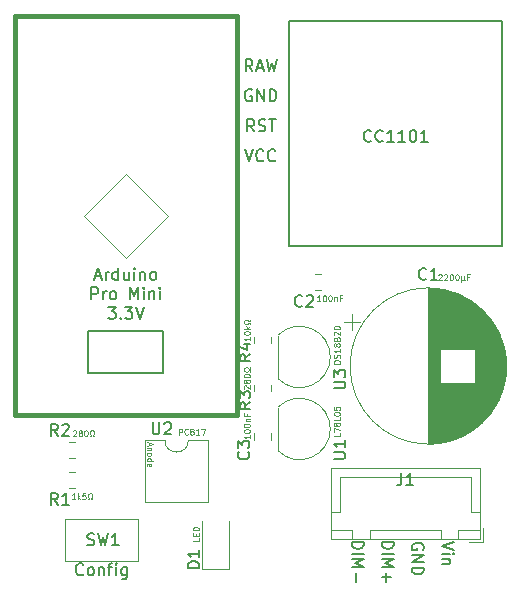
<source format=gto>
G04 #@! TF.GenerationSoftware,KiCad,Pcbnew,5.1.5*
G04 #@! TF.CreationDate,2020-01-24T16:15:15+01:00*
G04 #@! TF.ProjectId,HM-LC-Dim1PWM-Linear,484d2d4c-432d-4446-996d-3150574d2d4c,rev?*
G04 #@! TF.SameCoordinates,Original*
G04 #@! TF.FileFunction,Legend,Top*
G04 #@! TF.FilePolarity,Positive*
%FSLAX46Y46*%
G04 Gerber Fmt 4.6, Leading zero omitted, Abs format (unit mm)*
G04 Created by KiCad (PCBNEW 5.1.5) date 2020-01-24 16:15:15*
%MOMM*%
%LPD*%
G04 APERTURE LIST*
%ADD10C,0.070000*%
%ADD11C,0.120000*%
%ADD12C,0.150000*%
%ADD13C,0.152400*%
%ADD14C,0.381000*%
G04 APERTURE END LIST*
D10*
X146732761Y-127734190D02*
X146732761Y-127234190D01*
X146923238Y-127234190D01*
X146970857Y-127258000D01*
X146994666Y-127281809D01*
X147018476Y-127329428D01*
X147018476Y-127400857D01*
X146994666Y-127448476D01*
X146970857Y-127472285D01*
X146923238Y-127496095D01*
X146732761Y-127496095D01*
X147518476Y-127686571D02*
X147494666Y-127710380D01*
X147423238Y-127734190D01*
X147375619Y-127734190D01*
X147304190Y-127710380D01*
X147256571Y-127662761D01*
X147232761Y-127615142D01*
X147208952Y-127519904D01*
X147208952Y-127448476D01*
X147232761Y-127353238D01*
X147256571Y-127305619D01*
X147304190Y-127258000D01*
X147375619Y-127234190D01*
X147423238Y-127234190D01*
X147494666Y-127258000D01*
X147518476Y-127281809D01*
X147804190Y-127448476D02*
X147756571Y-127424666D01*
X147732761Y-127400857D01*
X147708952Y-127353238D01*
X147708952Y-127329428D01*
X147732761Y-127281809D01*
X147756571Y-127258000D01*
X147804190Y-127234190D01*
X147899428Y-127234190D01*
X147947047Y-127258000D01*
X147970857Y-127281809D01*
X147994666Y-127329428D01*
X147994666Y-127353238D01*
X147970857Y-127400857D01*
X147947047Y-127424666D01*
X147899428Y-127448476D01*
X147804190Y-127448476D01*
X147756571Y-127472285D01*
X147732761Y-127496095D01*
X147708952Y-127543714D01*
X147708952Y-127638952D01*
X147732761Y-127686571D01*
X147756571Y-127710380D01*
X147804190Y-127734190D01*
X147899428Y-127734190D01*
X147947047Y-127710380D01*
X147970857Y-127686571D01*
X147994666Y-127638952D01*
X147994666Y-127543714D01*
X147970857Y-127496095D01*
X147947047Y-127472285D01*
X147899428Y-127448476D01*
X148470857Y-127734190D02*
X148185142Y-127734190D01*
X148328000Y-127734190D02*
X148328000Y-127234190D01*
X148280380Y-127305619D01*
X148232761Y-127353238D01*
X148185142Y-127377047D01*
X148637523Y-127234190D02*
X148970857Y-127234190D01*
X148756571Y-127734190D01*
X160373190Y-121713428D02*
X159873190Y-121713428D01*
X159873190Y-121594380D01*
X159897000Y-121522952D01*
X159944619Y-121475333D01*
X159992238Y-121451523D01*
X160087476Y-121427714D01*
X160158904Y-121427714D01*
X160254142Y-121451523D01*
X160301761Y-121475333D01*
X160349380Y-121522952D01*
X160373190Y-121594380D01*
X160373190Y-121713428D01*
X160349380Y-121237238D02*
X160373190Y-121165809D01*
X160373190Y-121046761D01*
X160349380Y-120999142D01*
X160325571Y-120975333D01*
X160277952Y-120951523D01*
X160230333Y-120951523D01*
X160182714Y-120975333D01*
X160158904Y-120999142D01*
X160135095Y-121046761D01*
X160111285Y-121142000D01*
X160087476Y-121189619D01*
X160063666Y-121213428D01*
X160016047Y-121237238D01*
X159968428Y-121237238D01*
X159920809Y-121213428D01*
X159897000Y-121189619D01*
X159873190Y-121142000D01*
X159873190Y-121022952D01*
X159897000Y-120951523D01*
X160373190Y-120475333D02*
X160373190Y-120761047D01*
X160373190Y-120618190D02*
X159873190Y-120618190D01*
X159944619Y-120665809D01*
X159992238Y-120713428D01*
X160016047Y-120761047D01*
X160087476Y-120189619D02*
X160063666Y-120237238D01*
X160039857Y-120261047D01*
X159992238Y-120284857D01*
X159968428Y-120284857D01*
X159920809Y-120261047D01*
X159897000Y-120237238D01*
X159873190Y-120189619D01*
X159873190Y-120094380D01*
X159897000Y-120046761D01*
X159920809Y-120022952D01*
X159968428Y-119999142D01*
X159992238Y-119999142D01*
X160039857Y-120022952D01*
X160063666Y-120046761D01*
X160087476Y-120094380D01*
X160087476Y-120189619D01*
X160111285Y-120237238D01*
X160135095Y-120261047D01*
X160182714Y-120284857D01*
X160277952Y-120284857D01*
X160325571Y-120261047D01*
X160349380Y-120237238D01*
X160373190Y-120189619D01*
X160373190Y-120094380D01*
X160349380Y-120046761D01*
X160325571Y-120022952D01*
X160277952Y-119999142D01*
X160182714Y-119999142D01*
X160135095Y-120022952D01*
X160111285Y-120046761D01*
X160087476Y-120094380D01*
X160111285Y-119618190D02*
X160135095Y-119546761D01*
X160158904Y-119522952D01*
X160206523Y-119499142D01*
X160277952Y-119499142D01*
X160325571Y-119522952D01*
X160349380Y-119546761D01*
X160373190Y-119594380D01*
X160373190Y-119784857D01*
X159873190Y-119784857D01*
X159873190Y-119618190D01*
X159897000Y-119570571D01*
X159920809Y-119546761D01*
X159968428Y-119522952D01*
X160016047Y-119522952D01*
X160063666Y-119546761D01*
X160087476Y-119570571D01*
X160111285Y-119618190D01*
X160111285Y-119784857D01*
X159920809Y-119308666D02*
X159897000Y-119284857D01*
X159873190Y-119237238D01*
X159873190Y-119118190D01*
X159897000Y-119070571D01*
X159920809Y-119046761D01*
X159968428Y-119022952D01*
X160016047Y-119022952D01*
X160087476Y-119046761D01*
X160373190Y-119332476D01*
X160373190Y-119022952D01*
X159873190Y-118713428D02*
X159873190Y-118665809D01*
X159897000Y-118618190D01*
X159920809Y-118594380D01*
X159968428Y-118570571D01*
X160063666Y-118546761D01*
X160182714Y-118546761D01*
X160277952Y-118570571D01*
X160325571Y-118594380D01*
X160349380Y-118618190D01*
X160373190Y-118665809D01*
X160373190Y-118713428D01*
X160349380Y-118761047D01*
X160325571Y-118784857D01*
X160277952Y-118808666D01*
X160182714Y-118832476D01*
X160063666Y-118832476D01*
X159968428Y-118808666D01*
X159920809Y-118784857D01*
X159897000Y-118761047D01*
X159873190Y-118713428D01*
X160373190Y-127619000D02*
X160373190Y-127857095D01*
X159873190Y-127857095D01*
X159873190Y-127499952D02*
X159873190Y-127166619D01*
X160373190Y-127380904D01*
X160087476Y-126904714D02*
X160063666Y-126952333D01*
X160039857Y-126976142D01*
X159992238Y-126999952D01*
X159968428Y-126999952D01*
X159920809Y-126976142D01*
X159897000Y-126952333D01*
X159873190Y-126904714D01*
X159873190Y-126809476D01*
X159897000Y-126761857D01*
X159920809Y-126738047D01*
X159968428Y-126714238D01*
X159992238Y-126714238D01*
X160039857Y-126738047D01*
X160063666Y-126761857D01*
X160087476Y-126809476D01*
X160087476Y-126904714D01*
X160111285Y-126952333D01*
X160135095Y-126976142D01*
X160182714Y-126999952D01*
X160277952Y-126999952D01*
X160325571Y-126976142D01*
X160349380Y-126952333D01*
X160373190Y-126904714D01*
X160373190Y-126809476D01*
X160349380Y-126761857D01*
X160325571Y-126738047D01*
X160277952Y-126714238D01*
X160182714Y-126714238D01*
X160135095Y-126738047D01*
X160111285Y-126761857D01*
X160087476Y-126809476D01*
X160373190Y-126261857D02*
X160373190Y-126499952D01*
X159873190Y-126499952D01*
X159873190Y-125999952D02*
X159873190Y-125952333D01*
X159897000Y-125904714D01*
X159920809Y-125880904D01*
X159968428Y-125857095D01*
X160063666Y-125833285D01*
X160182714Y-125833285D01*
X160277952Y-125857095D01*
X160325571Y-125880904D01*
X160349380Y-125904714D01*
X160373190Y-125952333D01*
X160373190Y-125999952D01*
X160349380Y-126047571D01*
X160325571Y-126071380D01*
X160277952Y-126095190D01*
X160182714Y-126119000D01*
X160063666Y-126119000D01*
X159968428Y-126095190D01*
X159920809Y-126071380D01*
X159897000Y-126047571D01*
X159873190Y-125999952D01*
X159873190Y-125380904D02*
X159873190Y-125619000D01*
X160111285Y-125642809D01*
X160087476Y-125619000D01*
X160063666Y-125571380D01*
X160063666Y-125452333D01*
X160087476Y-125404714D01*
X160111285Y-125380904D01*
X160158904Y-125357095D01*
X160277952Y-125357095D01*
X160325571Y-125380904D01*
X160349380Y-125404714D01*
X160373190Y-125452333D01*
X160373190Y-125571380D01*
X160349380Y-125619000D01*
X160325571Y-125642809D01*
X152753190Y-119455333D02*
X152753190Y-119741047D01*
X152753190Y-119598190D02*
X152253190Y-119598190D01*
X152324619Y-119645809D01*
X152372238Y-119693428D01*
X152396047Y-119741047D01*
X152253190Y-119145809D02*
X152253190Y-119098190D01*
X152277000Y-119050571D01*
X152300809Y-119026761D01*
X152348428Y-119002952D01*
X152443666Y-118979142D01*
X152562714Y-118979142D01*
X152657952Y-119002952D01*
X152705571Y-119026761D01*
X152729380Y-119050571D01*
X152753190Y-119098190D01*
X152753190Y-119145809D01*
X152729380Y-119193428D01*
X152705571Y-119217238D01*
X152657952Y-119241047D01*
X152562714Y-119264857D01*
X152443666Y-119264857D01*
X152348428Y-119241047D01*
X152300809Y-119217238D01*
X152277000Y-119193428D01*
X152253190Y-119145809D01*
X152753190Y-118764857D02*
X152253190Y-118764857D01*
X152562714Y-118717238D02*
X152753190Y-118574380D01*
X152419857Y-118574380D02*
X152610333Y-118764857D01*
X152753190Y-118383904D02*
X152753190Y-118264857D01*
X152657952Y-118264857D01*
X152634142Y-118312476D01*
X152586523Y-118360095D01*
X152515095Y-118383904D01*
X152396047Y-118383904D01*
X152324619Y-118360095D01*
X152277000Y-118312476D01*
X152253190Y-118241047D01*
X152253190Y-118145809D01*
X152277000Y-118074380D01*
X152324619Y-118026761D01*
X152396047Y-118002952D01*
X152515095Y-118002952D01*
X152586523Y-118026761D01*
X152634142Y-118074380D01*
X152657952Y-118122000D01*
X152753190Y-118122000D01*
X152753190Y-118002952D01*
X168719666Y-114200809D02*
X168743476Y-114177000D01*
X168791095Y-114153190D01*
X168910142Y-114153190D01*
X168957761Y-114177000D01*
X168981571Y-114200809D01*
X169005380Y-114248428D01*
X169005380Y-114296047D01*
X168981571Y-114367476D01*
X168695857Y-114653190D01*
X169005380Y-114653190D01*
X169195857Y-114200809D02*
X169219666Y-114177000D01*
X169267285Y-114153190D01*
X169386333Y-114153190D01*
X169433952Y-114177000D01*
X169457761Y-114200809D01*
X169481571Y-114248428D01*
X169481571Y-114296047D01*
X169457761Y-114367476D01*
X169172047Y-114653190D01*
X169481571Y-114653190D01*
X169791095Y-114153190D02*
X169838714Y-114153190D01*
X169886333Y-114177000D01*
X169910142Y-114200809D01*
X169933952Y-114248428D01*
X169957761Y-114343666D01*
X169957761Y-114462714D01*
X169933952Y-114557952D01*
X169910142Y-114605571D01*
X169886333Y-114629380D01*
X169838714Y-114653190D01*
X169791095Y-114653190D01*
X169743476Y-114629380D01*
X169719666Y-114605571D01*
X169695857Y-114557952D01*
X169672047Y-114462714D01*
X169672047Y-114343666D01*
X169695857Y-114248428D01*
X169719666Y-114200809D01*
X169743476Y-114177000D01*
X169791095Y-114153190D01*
X170267285Y-114153190D02*
X170314904Y-114153190D01*
X170362523Y-114177000D01*
X170386333Y-114200809D01*
X170410142Y-114248428D01*
X170433952Y-114343666D01*
X170433952Y-114462714D01*
X170410142Y-114557952D01*
X170386333Y-114605571D01*
X170362523Y-114629380D01*
X170314904Y-114653190D01*
X170267285Y-114653190D01*
X170219666Y-114629380D01*
X170195857Y-114605571D01*
X170172047Y-114557952D01*
X170148238Y-114462714D01*
X170148238Y-114343666D01*
X170172047Y-114248428D01*
X170195857Y-114200809D01*
X170219666Y-114177000D01*
X170267285Y-114153190D01*
X170648238Y-114319857D02*
X170648238Y-114819857D01*
X170886333Y-114581761D02*
X170910142Y-114629380D01*
X170957761Y-114653190D01*
X170648238Y-114581761D02*
X170672047Y-114629380D01*
X170719666Y-114653190D01*
X170814904Y-114653190D01*
X170862523Y-114629380D01*
X170886333Y-114581761D01*
X170886333Y-114319857D01*
X171338714Y-114391285D02*
X171172047Y-114391285D01*
X171172047Y-114653190D02*
X171172047Y-114153190D01*
X171410142Y-114153190D01*
X158738190Y-116431190D02*
X158452476Y-116431190D01*
X158595333Y-116431190D02*
X158595333Y-115931190D01*
X158547714Y-116002619D01*
X158500095Y-116050238D01*
X158452476Y-116074047D01*
X159047714Y-115931190D02*
X159095333Y-115931190D01*
X159142952Y-115955000D01*
X159166761Y-115978809D01*
X159190571Y-116026428D01*
X159214380Y-116121666D01*
X159214380Y-116240714D01*
X159190571Y-116335952D01*
X159166761Y-116383571D01*
X159142952Y-116407380D01*
X159095333Y-116431190D01*
X159047714Y-116431190D01*
X159000095Y-116407380D01*
X158976285Y-116383571D01*
X158952476Y-116335952D01*
X158928666Y-116240714D01*
X158928666Y-116121666D01*
X158952476Y-116026428D01*
X158976285Y-115978809D01*
X159000095Y-115955000D01*
X159047714Y-115931190D01*
X159523904Y-115931190D02*
X159571523Y-115931190D01*
X159619142Y-115955000D01*
X159642952Y-115978809D01*
X159666761Y-116026428D01*
X159690571Y-116121666D01*
X159690571Y-116240714D01*
X159666761Y-116335952D01*
X159642952Y-116383571D01*
X159619142Y-116407380D01*
X159571523Y-116431190D01*
X159523904Y-116431190D01*
X159476285Y-116407380D01*
X159452476Y-116383571D01*
X159428666Y-116335952D01*
X159404857Y-116240714D01*
X159404857Y-116121666D01*
X159428666Y-116026428D01*
X159452476Y-115978809D01*
X159476285Y-115955000D01*
X159523904Y-115931190D01*
X159904857Y-116097857D02*
X159904857Y-116431190D01*
X159904857Y-116145476D02*
X159928666Y-116121666D01*
X159976285Y-116097857D01*
X160047714Y-116097857D01*
X160095333Y-116121666D01*
X160119142Y-116169285D01*
X160119142Y-116431190D01*
X160523904Y-116169285D02*
X160357238Y-116169285D01*
X160357238Y-116431190D02*
X160357238Y-115931190D01*
X160595333Y-115931190D01*
X152300809Y-123840761D02*
X152277000Y-123816952D01*
X152253190Y-123769333D01*
X152253190Y-123650285D01*
X152277000Y-123602666D01*
X152300809Y-123578857D01*
X152348428Y-123555047D01*
X152396047Y-123555047D01*
X152467476Y-123578857D01*
X152753190Y-123864571D01*
X152753190Y-123555047D01*
X152467476Y-123269333D02*
X152443666Y-123316952D01*
X152419857Y-123340761D01*
X152372238Y-123364571D01*
X152348428Y-123364571D01*
X152300809Y-123340761D01*
X152277000Y-123316952D01*
X152253190Y-123269333D01*
X152253190Y-123174095D01*
X152277000Y-123126476D01*
X152300809Y-123102666D01*
X152348428Y-123078857D01*
X152372238Y-123078857D01*
X152419857Y-123102666D01*
X152443666Y-123126476D01*
X152467476Y-123174095D01*
X152467476Y-123269333D01*
X152491285Y-123316952D01*
X152515095Y-123340761D01*
X152562714Y-123364571D01*
X152657952Y-123364571D01*
X152705571Y-123340761D01*
X152729380Y-123316952D01*
X152753190Y-123269333D01*
X152753190Y-123174095D01*
X152729380Y-123126476D01*
X152705571Y-123102666D01*
X152657952Y-123078857D01*
X152562714Y-123078857D01*
X152515095Y-123102666D01*
X152491285Y-123126476D01*
X152467476Y-123174095D01*
X152253190Y-122769333D02*
X152253190Y-122721714D01*
X152277000Y-122674095D01*
X152300809Y-122650285D01*
X152348428Y-122626476D01*
X152443666Y-122602666D01*
X152562714Y-122602666D01*
X152657952Y-122626476D01*
X152705571Y-122650285D01*
X152729380Y-122674095D01*
X152753190Y-122721714D01*
X152753190Y-122769333D01*
X152729380Y-122816952D01*
X152705571Y-122840761D01*
X152657952Y-122864571D01*
X152562714Y-122888380D01*
X152443666Y-122888380D01*
X152348428Y-122864571D01*
X152300809Y-122840761D01*
X152277000Y-122816952D01*
X152253190Y-122769333D01*
X152753190Y-122412190D02*
X152753190Y-122293142D01*
X152657952Y-122293142D01*
X152634142Y-122340761D01*
X152586523Y-122388380D01*
X152515095Y-122412190D01*
X152396047Y-122412190D01*
X152324619Y-122388380D01*
X152277000Y-122340761D01*
X152253190Y-122269333D01*
X152253190Y-122174095D01*
X152277000Y-122102666D01*
X152324619Y-122055047D01*
X152396047Y-122031238D01*
X152515095Y-122031238D01*
X152586523Y-122055047D01*
X152634142Y-122102666D01*
X152657952Y-122150285D01*
X152753190Y-122150285D01*
X152753190Y-122031238D01*
X144188666Y-128401095D02*
X144188666Y-128639190D01*
X144045809Y-128353476D02*
X144545809Y-128520142D01*
X144045809Y-128686809D01*
X144379142Y-128853476D02*
X144045809Y-128853476D01*
X144331523Y-128853476D02*
X144355333Y-128877285D01*
X144379142Y-128924904D01*
X144379142Y-128996333D01*
X144355333Y-129043952D01*
X144307714Y-129067761D01*
X144045809Y-129067761D01*
X144045809Y-129377285D02*
X144069619Y-129329666D01*
X144093428Y-129305857D01*
X144141047Y-129282047D01*
X144283904Y-129282047D01*
X144331523Y-129305857D01*
X144355333Y-129329666D01*
X144379142Y-129377285D01*
X144379142Y-129448714D01*
X144355333Y-129496333D01*
X144331523Y-129520142D01*
X144283904Y-129543952D01*
X144141047Y-129543952D01*
X144093428Y-129520142D01*
X144069619Y-129496333D01*
X144045809Y-129448714D01*
X144045809Y-129377285D01*
X144045809Y-129972523D02*
X144545809Y-129972523D01*
X144069619Y-129972523D02*
X144045809Y-129924904D01*
X144045809Y-129829666D01*
X144069619Y-129782047D01*
X144093428Y-129758238D01*
X144141047Y-129734428D01*
X144283904Y-129734428D01*
X144331523Y-129758238D01*
X144355333Y-129782047D01*
X144379142Y-129829666D01*
X144379142Y-129924904D01*
X144355333Y-129972523D01*
X144069619Y-130401095D02*
X144045809Y-130353476D01*
X144045809Y-130258238D01*
X144069619Y-130210619D01*
X144117238Y-130186809D01*
X144307714Y-130186809D01*
X144355333Y-130210619D01*
X144379142Y-130258238D01*
X144379142Y-130353476D01*
X144355333Y-130401095D01*
X144307714Y-130424904D01*
X144260095Y-130424904D01*
X144212476Y-130186809D01*
X148435190Y-136465428D02*
X148435190Y-136703523D01*
X147935190Y-136703523D01*
X148173285Y-136298761D02*
X148173285Y-136132095D01*
X148435190Y-136060666D02*
X148435190Y-136298761D01*
X147935190Y-136298761D01*
X147935190Y-136060666D01*
X148435190Y-135846380D02*
X147935190Y-135846380D01*
X147935190Y-135727333D01*
X147959000Y-135655904D01*
X148006619Y-135608285D01*
X148054238Y-135584476D01*
X148149476Y-135560666D01*
X148220904Y-135560666D01*
X148316142Y-135584476D01*
X148363761Y-135608285D01*
X148411380Y-135655904D01*
X148435190Y-135727333D01*
X148435190Y-135846380D01*
X137973666Y-133195190D02*
X137687952Y-133195190D01*
X137830809Y-133195190D02*
X137830809Y-132695190D01*
X137783190Y-132766619D01*
X137735571Y-132814238D01*
X137687952Y-132838047D01*
X138187952Y-133195190D02*
X138187952Y-132695190D01*
X138235571Y-133004714D02*
X138378428Y-133195190D01*
X138378428Y-132861857D02*
X138187952Y-133052333D01*
X138830809Y-132695190D02*
X138592714Y-132695190D01*
X138568904Y-132933285D01*
X138592714Y-132909476D01*
X138640333Y-132885666D01*
X138759380Y-132885666D01*
X138807000Y-132909476D01*
X138830809Y-132933285D01*
X138854619Y-132980904D01*
X138854619Y-133099952D01*
X138830809Y-133147571D01*
X138807000Y-133171380D01*
X138759380Y-133195190D01*
X138640333Y-133195190D01*
X138592714Y-133171380D01*
X138568904Y-133147571D01*
X139045095Y-133195190D02*
X139164142Y-133195190D01*
X139164142Y-133099952D01*
X139116523Y-133076142D01*
X139068904Y-133028523D01*
X139045095Y-132957095D01*
X139045095Y-132838047D01*
X139068904Y-132766619D01*
X139116523Y-132719000D01*
X139187952Y-132695190D01*
X139283190Y-132695190D01*
X139354619Y-132719000D01*
X139402238Y-132766619D01*
X139426047Y-132838047D01*
X139426047Y-132957095D01*
X139402238Y-133028523D01*
X139354619Y-133076142D01*
X139307000Y-133099952D01*
X139307000Y-133195190D01*
X139426047Y-133195190D01*
X152753190Y-127773809D02*
X152753190Y-128059523D01*
X152753190Y-127916666D02*
X152253190Y-127916666D01*
X152324619Y-127964285D01*
X152372238Y-128011904D01*
X152396047Y-128059523D01*
X152253190Y-127464285D02*
X152253190Y-127416666D01*
X152277000Y-127369047D01*
X152300809Y-127345238D01*
X152348428Y-127321428D01*
X152443666Y-127297619D01*
X152562714Y-127297619D01*
X152657952Y-127321428D01*
X152705571Y-127345238D01*
X152729380Y-127369047D01*
X152753190Y-127416666D01*
X152753190Y-127464285D01*
X152729380Y-127511904D01*
X152705571Y-127535714D01*
X152657952Y-127559523D01*
X152562714Y-127583333D01*
X152443666Y-127583333D01*
X152348428Y-127559523D01*
X152300809Y-127535714D01*
X152277000Y-127511904D01*
X152253190Y-127464285D01*
X152253190Y-126988095D02*
X152253190Y-126940476D01*
X152277000Y-126892857D01*
X152300809Y-126869047D01*
X152348428Y-126845238D01*
X152443666Y-126821428D01*
X152562714Y-126821428D01*
X152657952Y-126845238D01*
X152705571Y-126869047D01*
X152729380Y-126892857D01*
X152753190Y-126940476D01*
X152753190Y-126988095D01*
X152729380Y-127035714D01*
X152705571Y-127059523D01*
X152657952Y-127083333D01*
X152562714Y-127107142D01*
X152443666Y-127107142D01*
X152348428Y-127083333D01*
X152300809Y-127059523D01*
X152277000Y-127035714D01*
X152253190Y-126988095D01*
X152419857Y-126607142D02*
X152753190Y-126607142D01*
X152467476Y-126607142D02*
X152443666Y-126583333D01*
X152419857Y-126535714D01*
X152419857Y-126464285D01*
X152443666Y-126416666D01*
X152491285Y-126392857D01*
X152753190Y-126392857D01*
X152491285Y-125988095D02*
X152491285Y-126154761D01*
X152753190Y-126154761D02*
X152253190Y-126154761D01*
X152253190Y-125916666D01*
X137779238Y-127408809D02*
X137803047Y-127385000D01*
X137850666Y-127361190D01*
X137969714Y-127361190D01*
X138017333Y-127385000D01*
X138041142Y-127408809D01*
X138064952Y-127456428D01*
X138064952Y-127504047D01*
X138041142Y-127575476D01*
X137755428Y-127861190D01*
X138064952Y-127861190D01*
X138350666Y-127575476D02*
X138303047Y-127551666D01*
X138279238Y-127527857D01*
X138255428Y-127480238D01*
X138255428Y-127456428D01*
X138279238Y-127408809D01*
X138303047Y-127385000D01*
X138350666Y-127361190D01*
X138445904Y-127361190D01*
X138493523Y-127385000D01*
X138517333Y-127408809D01*
X138541142Y-127456428D01*
X138541142Y-127480238D01*
X138517333Y-127527857D01*
X138493523Y-127551666D01*
X138445904Y-127575476D01*
X138350666Y-127575476D01*
X138303047Y-127599285D01*
X138279238Y-127623095D01*
X138255428Y-127670714D01*
X138255428Y-127765952D01*
X138279238Y-127813571D01*
X138303047Y-127837380D01*
X138350666Y-127861190D01*
X138445904Y-127861190D01*
X138493523Y-127837380D01*
X138517333Y-127813571D01*
X138541142Y-127765952D01*
X138541142Y-127670714D01*
X138517333Y-127623095D01*
X138493523Y-127599285D01*
X138445904Y-127575476D01*
X138850666Y-127361190D02*
X138898285Y-127361190D01*
X138945904Y-127385000D01*
X138969714Y-127408809D01*
X138993523Y-127456428D01*
X139017333Y-127551666D01*
X139017333Y-127670714D01*
X138993523Y-127765952D01*
X138969714Y-127813571D01*
X138945904Y-127837380D01*
X138898285Y-127861190D01*
X138850666Y-127861190D01*
X138803047Y-127837380D01*
X138779238Y-127813571D01*
X138755428Y-127765952D01*
X138731619Y-127670714D01*
X138731619Y-127551666D01*
X138755428Y-127456428D01*
X138779238Y-127408809D01*
X138803047Y-127385000D01*
X138850666Y-127361190D01*
X139207809Y-127861190D02*
X139326857Y-127861190D01*
X139326857Y-127765952D01*
X139279238Y-127742142D01*
X139231619Y-127694523D01*
X139207809Y-127623095D01*
X139207809Y-127504047D01*
X139231619Y-127432619D01*
X139279238Y-127385000D01*
X139350666Y-127361190D01*
X139445904Y-127361190D01*
X139517333Y-127385000D01*
X139564952Y-127432619D01*
X139588761Y-127504047D01*
X139588761Y-127623095D01*
X139564952Y-127694523D01*
X139517333Y-127742142D01*
X139469714Y-127765952D01*
X139469714Y-127861190D01*
X139588761Y-127861190D01*
D11*
X145796000Y-109220000D02*
X142240000Y-105664000D01*
X142240000Y-112776000D02*
X145796000Y-109220000D01*
X138684000Y-109220000D02*
X142240000Y-112776000D01*
X142240000Y-105664000D02*
X138684000Y-109220000D01*
D12*
X139644761Y-114340666D02*
X140120952Y-114340666D01*
X139549523Y-114626380D02*
X139882857Y-113626380D01*
X140216190Y-114626380D01*
X140549523Y-114626380D02*
X140549523Y-113959714D01*
X140549523Y-114150190D02*
X140597142Y-114054952D01*
X140644761Y-114007333D01*
X140740000Y-113959714D01*
X140835238Y-113959714D01*
X141597142Y-114626380D02*
X141597142Y-113626380D01*
X141597142Y-114578761D02*
X141501904Y-114626380D01*
X141311428Y-114626380D01*
X141216190Y-114578761D01*
X141168571Y-114531142D01*
X141120952Y-114435904D01*
X141120952Y-114150190D01*
X141168571Y-114054952D01*
X141216190Y-114007333D01*
X141311428Y-113959714D01*
X141501904Y-113959714D01*
X141597142Y-114007333D01*
X142501904Y-113959714D02*
X142501904Y-114626380D01*
X142073333Y-113959714D02*
X142073333Y-114483523D01*
X142120952Y-114578761D01*
X142216190Y-114626380D01*
X142359047Y-114626380D01*
X142454285Y-114578761D01*
X142501904Y-114531142D01*
X142978095Y-114626380D02*
X142978095Y-113959714D01*
X142978095Y-113626380D02*
X142930476Y-113674000D01*
X142978095Y-113721619D01*
X143025714Y-113674000D01*
X142978095Y-113626380D01*
X142978095Y-113721619D01*
X143454285Y-113959714D02*
X143454285Y-114626380D01*
X143454285Y-114054952D02*
X143501904Y-114007333D01*
X143597142Y-113959714D01*
X143740000Y-113959714D01*
X143835238Y-114007333D01*
X143882857Y-114102571D01*
X143882857Y-114626380D01*
X144501904Y-114626380D02*
X144406666Y-114578761D01*
X144359047Y-114531142D01*
X144311428Y-114435904D01*
X144311428Y-114150190D01*
X144359047Y-114054952D01*
X144406666Y-114007333D01*
X144501904Y-113959714D01*
X144644761Y-113959714D01*
X144740000Y-114007333D01*
X144787619Y-114054952D01*
X144835238Y-114150190D01*
X144835238Y-114435904D01*
X144787619Y-114531142D01*
X144740000Y-114578761D01*
X144644761Y-114626380D01*
X144501904Y-114626380D01*
X139335238Y-116276380D02*
X139335238Y-115276380D01*
X139716190Y-115276380D01*
X139811428Y-115324000D01*
X139859047Y-115371619D01*
X139906666Y-115466857D01*
X139906666Y-115609714D01*
X139859047Y-115704952D01*
X139811428Y-115752571D01*
X139716190Y-115800190D01*
X139335238Y-115800190D01*
X140335238Y-116276380D02*
X140335238Y-115609714D01*
X140335238Y-115800190D02*
X140382857Y-115704952D01*
X140430476Y-115657333D01*
X140525714Y-115609714D01*
X140620952Y-115609714D01*
X141097142Y-116276380D02*
X141001904Y-116228761D01*
X140954285Y-116181142D01*
X140906666Y-116085904D01*
X140906666Y-115800190D01*
X140954285Y-115704952D01*
X141001904Y-115657333D01*
X141097142Y-115609714D01*
X141240000Y-115609714D01*
X141335238Y-115657333D01*
X141382857Y-115704952D01*
X141430476Y-115800190D01*
X141430476Y-116085904D01*
X141382857Y-116181142D01*
X141335238Y-116228761D01*
X141240000Y-116276380D01*
X141097142Y-116276380D01*
X142620952Y-116276380D02*
X142620952Y-115276380D01*
X142954285Y-115990666D01*
X143287619Y-115276380D01*
X143287619Y-116276380D01*
X143763809Y-116276380D02*
X143763809Y-115609714D01*
X143763809Y-115276380D02*
X143716190Y-115324000D01*
X143763809Y-115371619D01*
X143811428Y-115324000D01*
X143763809Y-115276380D01*
X143763809Y-115371619D01*
X144240000Y-115609714D02*
X144240000Y-116276380D01*
X144240000Y-115704952D02*
X144287619Y-115657333D01*
X144382857Y-115609714D01*
X144525714Y-115609714D01*
X144620952Y-115657333D01*
X144668571Y-115752571D01*
X144668571Y-116276380D01*
X145144761Y-116276380D02*
X145144761Y-115609714D01*
X145144761Y-115276380D02*
X145097142Y-115324000D01*
X145144761Y-115371619D01*
X145192380Y-115324000D01*
X145144761Y-115276380D01*
X145144761Y-115371619D01*
X140763809Y-116926380D02*
X141382857Y-116926380D01*
X141049523Y-117307333D01*
X141192380Y-117307333D01*
X141287619Y-117354952D01*
X141335238Y-117402571D01*
X141382857Y-117497809D01*
X141382857Y-117735904D01*
X141335238Y-117831142D01*
X141287619Y-117878761D01*
X141192380Y-117926380D01*
X140906666Y-117926380D01*
X140811428Y-117878761D01*
X140763809Y-117831142D01*
X141811428Y-117831142D02*
X141859047Y-117878761D01*
X141811428Y-117926380D01*
X141763809Y-117878761D01*
X141811428Y-117831142D01*
X141811428Y-117926380D01*
X142192380Y-116926380D02*
X142811428Y-116926380D01*
X142478095Y-117307333D01*
X142620952Y-117307333D01*
X142716190Y-117354952D01*
X142763809Y-117402571D01*
X142811428Y-117497809D01*
X142811428Y-117735904D01*
X142763809Y-117831142D01*
X142716190Y-117878761D01*
X142620952Y-117926380D01*
X142335238Y-117926380D01*
X142240000Y-117878761D01*
X142192380Y-117831142D01*
X143097142Y-116926380D02*
X143430476Y-117926380D01*
X143763809Y-116926380D01*
X170018106Y-136799846D02*
X169018106Y-137133179D01*
X170018106Y-137466512D01*
X169018106Y-137799846D02*
X169684772Y-137799846D01*
X170018106Y-137799846D02*
X169970487Y-137752227D01*
X169922867Y-137799846D01*
X169970487Y-137847465D01*
X170018106Y-137799846D01*
X169922867Y-137799846D01*
X169684772Y-138276036D02*
X169018106Y-138276036D01*
X169589534Y-138276036D02*
X169637153Y-138323655D01*
X169684772Y-138418893D01*
X169684772Y-138561750D01*
X169637153Y-138656988D01*
X169541915Y-138704608D01*
X169018106Y-138704608D01*
X167430487Y-137466512D02*
X167478106Y-137371274D01*
X167478106Y-137228417D01*
X167430487Y-137085560D01*
X167335248Y-136990322D01*
X167240010Y-136942703D01*
X167049534Y-136895084D01*
X166906677Y-136895084D01*
X166716201Y-136942703D01*
X166620963Y-136990322D01*
X166525725Y-137085560D01*
X166478106Y-137228417D01*
X166478106Y-137323655D01*
X166525725Y-137466512D01*
X166573344Y-137514131D01*
X166906677Y-137514131D01*
X166906677Y-137323655D01*
X166478106Y-137942703D02*
X167478106Y-137942703D01*
X166478106Y-138514131D01*
X167478106Y-138514131D01*
X166478106Y-138990322D02*
X167478106Y-138990322D01*
X167478106Y-139228417D01*
X167430487Y-139371274D01*
X167335248Y-139466512D01*
X167240010Y-139514131D01*
X167049534Y-139561750D01*
X166906677Y-139561750D01*
X166716201Y-139514131D01*
X166620963Y-139466512D01*
X166525725Y-139371274D01*
X166478106Y-139228417D01*
X166478106Y-138990322D01*
X163938106Y-136821631D02*
X164938106Y-136821631D01*
X164938106Y-137059727D01*
X164890487Y-137202584D01*
X164795248Y-137297822D01*
X164700010Y-137345441D01*
X164509534Y-137393060D01*
X164366677Y-137393060D01*
X164176201Y-137345441D01*
X164080963Y-137297822D01*
X163985725Y-137202584D01*
X163938106Y-137059727D01*
X163938106Y-136821631D01*
X163938106Y-137821631D02*
X164938106Y-137821631D01*
X163938106Y-138297822D02*
X164938106Y-138297822D01*
X164223820Y-138631155D01*
X164938106Y-138964488D01*
X163938106Y-138964488D01*
X164319058Y-139440679D02*
X164319058Y-140202584D01*
X163938106Y-139821631D02*
X164700010Y-139821631D01*
X161398106Y-136821631D02*
X162398106Y-136821631D01*
X162398106Y-137059727D01*
X162350487Y-137202584D01*
X162255248Y-137297822D01*
X162160010Y-137345441D01*
X161969534Y-137393060D01*
X161826677Y-137393060D01*
X161636201Y-137345441D01*
X161540963Y-137297822D01*
X161445725Y-137202584D01*
X161398106Y-137059727D01*
X161398106Y-136821631D01*
X161398106Y-137821631D02*
X162398106Y-137821631D01*
X161398106Y-138297822D02*
X162398106Y-138297822D01*
X161683820Y-138631155D01*
X162398106Y-138964488D01*
X161398106Y-138964488D01*
X161779058Y-139440679D02*
X161779058Y-140202584D01*
X138636571Y-139549142D02*
X138588952Y-139596761D01*
X138446095Y-139644380D01*
X138350857Y-139644380D01*
X138208000Y-139596761D01*
X138112761Y-139501523D01*
X138065142Y-139406285D01*
X138017523Y-139215809D01*
X138017523Y-139072952D01*
X138065142Y-138882476D01*
X138112761Y-138787238D01*
X138208000Y-138692000D01*
X138350857Y-138644380D01*
X138446095Y-138644380D01*
X138588952Y-138692000D01*
X138636571Y-138739619D01*
X139208000Y-139644380D02*
X139112761Y-139596761D01*
X139065142Y-139549142D01*
X139017523Y-139453904D01*
X139017523Y-139168190D01*
X139065142Y-139072952D01*
X139112761Y-139025333D01*
X139208000Y-138977714D01*
X139350857Y-138977714D01*
X139446095Y-139025333D01*
X139493714Y-139072952D01*
X139541333Y-139168190D01*
X139541333Y-139453904D01*
X139493714Y-139549142D01*
X139446095Y-139596761D01*
X139350857Y-139644380D01*
X139208000Y-139644380D01*
X139969904Y-138977714D02*
X139969904Y-139644380D01*
X139969904Y-139072952D02*
X140017523Y-139025333D01*
X140112761Y-138977714D01*
X140255619Y-138977714D01*
X140350857Y-139025333D01*
X140398476Y-139120571D01*
X140398476Y-139644380D01*
X140731809Y-138977714D02*
X141112761Y-138977714D01*
X140874666Y-139644380D02*
X140874666Y-138787238D01*
X140922285Y-138692000D01*
X141017523Y-138644380D01*
X141112761Y-138644380D01*
X141446095Y-139644380D02*
X141446095Y-138977714D01*
X141446095Y-138644380D02*
X141398476Y-138692000D01*
X141446095Y-138739619D01*
X141493714Y-138692000D01*
X141446095Y-138644380D01*
X141446095Y-138739619D01*
X142350857Y-138977714D02*
X142350857Y-139787238D01*
X142303238Y-139882476D01*
X142255619Y-139930095D01*
X142160380Y-139977714D01*
X142017523Y-139977714D01*
X141922285Y-139930095D01*
X142350857Y-139596761D02*
X142255619Y-139644380D01*
X142065142Y-139644380D01*
X141969904Y-139596761D01*
X141922285Y-139549142D01*
X141874666Y-139453904D01*
X141874666Y-139168190D01*
X141922285Y-139072952D01*
X141969904Y-139025333D01*
X142065142Y-138977714D01*
X142255619Y-138977714D01*
X142350857Y-139025333D01*
X152336666Y-103592380D02*
X152670000Y-104592380D01*
X153003333Y-103592380D01*
X153908095Y-104497142D02*
X153860476Y-104544761D01*
X153717619Y-104592380D01*
X153622380Y-104592380D01*
X153479523Y-104544761D01*
X153384285Y-104449523D01*
X153336666Y-104354285D01*
X153289047Y-104163809D01*
X153289047Y-104020952D01*
X153336666Y-103830476D01*
X153384285Y-103735238D01*
X153479523Y-103640000D01*
X153622380Y-103592380D01*
X153717619Y-103592380D01*
X153860476Y-103640000D01*
X153908095Y-103687619D01*
X154908095Y-104497142D02*
X154860476Y-104544761D01*
X154717619Y-104592380D01*
X154622380Y-104592380D01*
X154479523Y-104544761D01*
X154384285Y-104449523D01*
X154336666Y-104354285D01*
X154289047Y-104163809D01*
X154289047Y-104020952D01*
X154336666Y-103830476D01*
X154384285Y-103735238D01*
X154479523Y-103640000D01*
X154622380Y-103592380D01*
X154717619Y-103592380D01*
X154860476Y-103640000D01*
X154908095Y-103687619D01*
X153122380Y-102052380D02*
X152789047Y-101576190D01*
X152550952Y-102052380D02*
X152550952Y-101052380D01*
X152931904Y-101052380D01*
X153027142Y-101100000D01*
X153074761Y-101147619D01*
X153122380Y-101242857D01*
X153122380Y-101385714D01*
X153074761Y-101480952D01*
X153027142Y-101528571D01*
X152931904Y-101576190D01*
X152550952Y-101576190D01*
X153503333Y-102004761D02*
X153646190Y-102052380D01*
X153884285Y-102052380D01*
X153979523Y-102004761D01*
X154027142Y-101957142D01*
X154074761Y-101861904D01*
X154074761Y-101766666D01*
X154027142Y-101671428D01*
X153979523Y-101623809D01*
X153884285Y-101576190D01*
X153693809Y-101528571D01*
X153598571Y-101480952D01*
X153550952Y-101433333D01*
X153503333Y-101338095D01*
X153503333Y-101242857D01*
X153550952Y-101147619D01*
X153598571Y-101100000D01*
X153693809Y-101052380D01*
X153931904Y-101052380D01*
X154074761Y-101100000D01*
X154360476Y-101052380D02*
X154931904Y-101052380D01*
X154646190Y-102052380D02*
X154646190Y-101052380D01*
X152908095Y-98560000D02*
X152812857Y-98512380D01*
X152670000Y-98512380D01*
X152527142Y-98560000D01*
X152431904Y-98655238D01*
X152384285Y-98750476D01*
X152336666Y-98940952D01*
X152336666Y-99083809D01*
X152384285Y-99274285D01*
X152431904Y-99369523D01*
X152527142Y-99464761D01*
X152670000Y-99512380D01*
X152765238Y-99512380D01*
X152908095Y-99464761D01*
X152955714Y-99417142D01*
X152955714Y-99083809D01*
X152765238Y-99083809D01*
X153384285Y-99512380D02*
X153384285Y-98512380D01*
X153955714Y-99512380D01*
X153955714Y-98512380D01*
X154431904Y-99512380D02*
X154431904Y-98512380D01*
X154670000Y-98512380D01*
X154812857Y-98560000D01*
X154908095Y-98655238D01*
X154955714Y-98750476D01*
X155003333Y-98940952D01*
X155003333Y-99083809D01*
X154955714Y-99274285D01*
X154908095Y-99369523D01*
X154812857Y-99464761D01*
X154670000Y-99512380D01*
X154431904Y-99512380D01*
X152979523Y-96972380D02*
X152646190Y-96496190D01*
X152408095Y-96972380D02*
X152408095Y-95972380D01*
X152789047Y-95972380D01*
X152884285Y-96020000D01*
X152931904Y-96067619D01*
X152979523Y-96162857D01*
X152979523Y-96305714D01*
X152931904Y-96400952D01*
X152884285Y-96448571D01*
X152789047Y-96496190D01*
X152408095Y-96496190D01*
X153360476Y-96686666D02*
X153836666Y-96686666D01*
X153265238Y-96972380D02*
X153598571Y-95972380D01*
X153931904Y-96972380D01*
X154170000Y-95972380D02*
X154408095Y-96972380D01*
X154598571Y-96258095D01*
X154789047Y-96972380D01*
X155027142Y-95972380D01*
D11*
X153087000Y-119490748D02*
X153087000Y-120013252D01*
X154507000Y-119490748D02*
X154507000Y-120013252D01*
X153087000Y-127627748D02*
X153087000Y-128150252D01*
X154507000Y-127627748D02*
X154507000Y-128150252D01*
D12*
X156100000Y-110744000D02*
X156100000Y-92744000D01*
X156100000Y-92744000D02*
X174100000Y-92744000D01*
X174100000Y-92744000D02*
X174100000Y-111744000D01*
X174100000Y-111744000D02*
X156100000Y-111744000D01*
X156100000Y-111744000D02*
X156100000Y-110744000D01*
D13*
X145415000Y-118999000D02*
X139065000Y-118999000D01*
X145415000Y-118999000D02*
X145415000Y-122555000D01*
X139065000Y-122555000D02*
X145415000Y-122555000D01*
X139065000Y-118999000D02*
X139065000Y-122555000D01*
D14*
X132842000Y-92329000D02*
X151638000Y-92329000D01*
X151638000Y-92329000D02*
X151638000Y-126111000D01*
X151638000Y-126111000D02*
X132842000Y-126111000D01*
X132842000Y-126111000D02*
X132842000Y-92329000D01*
D11*
X174474000Y-121920000D02*
G75*
G03X174474000Y-121920000I-6620000J0D01*
G01*
X167854000Y-115340000D02*
X167854000Y-128500000D01*
X167894000Y-115340000D02*
X167894000Y-128500000D01*
X167934000Y-115340000D02*
X167934000Y-128500000D01*
X167974000Y-115341000D02*
X167974000Y-128499000D01*
X168014000Y-115341000D02*
X168014000Y-128499000D01*
X168054000Y-115343000D02*
X168054000Y-128497000D01*
X168094000Y-115344000D02*
X168094000Y-128496000D01*
X168134000Y-115345000D02*
X168134000Y-128495000D01*
X168174000Y-115347000D02*
X168174000Y-128493000D01*
X168214000Y-115349000D02*
X168214000Y-128491000D01*
X168254000Y-115352000D02*
X168254000Y-128488000D01*
X168294000Y-115354000D02*
X168294000Y-128486000D01*
X168334000Y-115357000D02*
X168334000Y-128483000D01*
X168374000Y-115360000D02*
X168374000Y-128480000D01*
X168414000Y-115363000D02*
X168414000Y-128477000D01*
X168454000Y-115367000D02*
X168454000Y-128473000D01*
X168494000Y-115371000D02*
X168494000Y-128469000D01*
X168534000Y-115375000D02*
X168534000Y-128465000D01*
X168575000Y-115379000D02*
X168575000Y-128461000D01*
X168615000Y-115383000D02*
X168615000Y-128457000D01*
X168655000Y-115388000D02*
X168655000Y-128452000D01*
X168695000Y-115393000D02*
X168695000Y-128447000D01*
X168735000Y-115398000D02*
X168735000Y-128442000D01*
X168775000Y-115404000D02*
X168775000Y-128436000D01*
X168815000Y-115409000D02*
X168815000Y-128431000D01*
X168855000Y-115415000D02*
X168855000Y-128425000D01*
X168895000Y-115422000D02*
X168895000Y-128418000D01*
X168935000Y-115428000D02*
X168935000Y-120480000D01*
X168935000Y-123360000D02*
X168935000Y-128412000D01*
X168975000Y-115435000D02*
X168975000Y-120480000D01*
X168975000Y-123360000D02*
X168975000Y-128405000D01*
X169015000Y-115442000D02*
X169015000Y-120480000D01*
X169015000Y-123360000D02*
X169015000Y-128398000D01*
X169055000Y-115449000D02*
X169055000Y-120480000D01*
X169055000Y-123360000D02*
X169055000Y-128391000D01*
X169095000Y-115457000D02*
X169095000Y-120480000D01*
X169095000Y-123360000D02*
X169095000Y-128383000D01*
X169135000Y-115464000D02*
X169135000Y-120480000D01*
X169135000Y-123360000D02*
X169135000Y-128376000D01*
X169175000Y-115472000D02*
X169175000Y-120480000D01*
X169175000Y-123360000D02*
X169175000Y-128368000D01*
X169215000Y-115481000D02*
X169215000Y-120480000D01*
X169215000Y-123360000D02*
X169215000Y-128359000D01*
X169255000Y-115489000D02*
X169255000Y-120480000D01*
X169255000Y-123360000D02*
X169255000Y-128351000D01*
X169295000Y-115498000D02*
X169295000Y-120480000D01*
X169295000Y-123360000D02*
X169295000Y-128342000D01*
X169335000Y-115507000D02*
X169335000Y-120480000D01*
X169335000Y-123360000D02*
X169335000Y-128333000D01*
X169375000Y-115516000D02*
X169375000Y-120480000D01*
X169375000Y-123360000D02*
X169375000Y-128324000D01*
X169415000Y-115526000D02*
X169415000Y-120480000D01*
X169415000Y-123360000D02*
X169415000Y-128314000D01*
X169455000Y-115536000D02*
X169455000Y-120480000D01*
X169455000Y-123360000D02*
X169455000Y-128304000D01*
X169495000Y-115546000D02*
X169495000Y-120480000D01*
X169495000Y-123360000D02*
X169495000Y-128294000D01*
X169535000Y-115556000D02*
X169535000Y-120480000D01*
X169535000Y-123360000D02*
X169535000Y-128284000D01*
X169575000Y-115567000D02*
X169575000Y-120480000D01*
X169575000Y-123360000D02*
X169575000Y-128273000D01*
X169615000Y-115578000D02*
X169615000Y-120480000D01*
X169615000Y-123360000D02*
X169615000Y-128262000D01*
X169655000Y-115589000D02*
X169655000Y-120480000D01*
X169655000Y-123360000D02*
X169655000Y-128251000D01*
X169695000Y-115600000D02*
X169695000Y-120480000D01*
X169695000Y-123360000D02*
X169695000Y-128240000D01*
X169735000Y-115612000D02*
X169735000Y-120480000D01*
X169735000Y-123360000D02*
X169735000Y-128228000D01*
X169775000Y-115624000D02*
X169775000Y-120480000D01*
X169775000Y-123360000D02*
X169775000Y-128216000D01*
X169815000Y-115636000D02*
X169815000Y-120480000D01*
X169815000Y-123360000D02*
X169815000Y-128204000D01*
X169855000Y-115649000D02*
X169855000Y-120480000D01*
X169855000Y-123360000D02*
X169855000Y-128191000D01*
X169895000Y-115662000D02*
X169895000Y-120480000D01*
X169895000Y-123360000D02*
X169895000Y-128178000D01*
X169935000Y-115675000D02*
X169935000Y-120480000D01*
X169935000Y-123360000D02*
X169935000Y-128165000D01*
X169975000Y-115688000D02*
X169975000Y-120480000D01*
X169975000Y-123360000D02*
X169975000Y-128152000D01*
X170015000Y-115702000D02*
X170015000Y-120480000D01*
X170015000Y-123360000D02*
X170015000Y-128138000D01*
X170055000Y-115716000D02*
X170055000Y-120480000D01*
X170055000Y-123360000D02*
X170055000Y-128124000D01*
X170095000Y-115730000D02*
X170095000Y-120480000D01*
X170095000Y-123360000D02*
X170095000Y-128110000D01*
X170135000Y-115745000D02*
X170135000Y-120480000D01*
X170135000Y-123360000D02*
X170135000Y-128095000D01*
X170175000Y-115759000D02*
X170175000Y-120480000D01*
X170175000Y-123360000D02*
X170175000Y-128081000D01*
X170215000Y-115774000D02*
X170215000Y-120480000D01*
X170215000Y-123360000D02*
X170215000Y-128066000D01*
X170255000Y-115790000D02*
X170255000Y-120480000D01*
X170255000Y-123360000D02*
X170255000Y-128050000D01*
X170295000Y-115806000D02*
X170295000Y-120480000D01*
X170295000Y-123360000D02*
X170295000Y-128034000D01*
X170335000Y-115822000D02*
X170335000Y-120480000D01*
X170335000Y-123360000D02*
X170335000Y-128018000D01*
X170375000Y-115838000D02*
X170375000Y-120480000D01*
X170375000Y-123360000D02*
X170375000Y-128002000D01*
X170415000Y-115855000D02*
X170415000Y-120480000D01*
X170415000Y-123360000D02*
X170415000Y-127985000D01*
X170455000Y-115871000D02*
X170455000Y-120480000D01*
X170455000Y-123360000D02*
X170455000Y-127969000D01*
X170495000Y-115889000D02*
X170495000Y-120480000D01*
X170495000Y-123360000D02*
X170495000Y-127951000D01*
X170535000Y-115906000D02*
X170535000Y-120480000D01*
X170535000Y-123360000D02*
X170535000Y-127934000D01*
X170575000Y-115924000D02*
X170575000Y-120480000D01*
X170575000Y-123360000D02*
X170575000Y-127916000D01*
X170615000Y-115942000D02*
X170615000Y-120480000D01*
X170615000Y-123360000D02*
X170615000Y-127898000D01*
X170655000Y-115961000D02*
X170655000Y-120480000D01*
X170655000Y-123360000D02*
X170655000Y-127879000D01*
X170695000Y-115980000D02*
X170695000Y-120480000D01*
X170695000Y-123360000D02*
X170695000Y-127860000D01*
X170735000Y-115999000D02*
X170735000Y-120480000D01*
X170735000Y-123360000D02*
X170735000Y-127841000D01*
X170775000Y-116018000D02*
X170775000Y-120480000D01*
X170775000Y-123360000D02*
X170775000Y-127822000D01*
X170815000Y-116038000D02*
X170815000Y-120480000D01*
X170815000Y-123360000D02*
X170815000Y-127802000D01*
X170855000Y-116058000D02*
X170855000Y-120480000D01*
X170855000Y-123360000D02*
X170855000Y-127782000D01*
X170895000Y-116079000D02*
X170895000Y-120480000D01*
X170895000Y-123360000D02*
X170895000Y-127761000D01*
X170935000Y-116100000D02*
X170935000Y-120480000D01*
X170935000Y-123360000D02*
X170935000Y-127740000D01*
X170975000Y-116121000D02*
X170975000Y-120480000D01*
X170975000Y-123360000D02*
X170975000Y-127719000D01*
X171015000Y-116142000D02*
X171015000Y-120480000D01*
X171015000Y-123360000D02*
X171015000Y-127698000D01*
X171055000Y-116164000D02*
X171055000Y-120480000D01*
X171055000Y-123360000D02*
X171055000Y-127676000D01*
X171095000Y-116187000D02*
X171095000Y-120480000D01*
X171095000Y-123360000D02*
X171095000Y-127653000D01*
X171135000Y-116209000D02*
X171135000Y-120480000D01*
X171135000Y-123360000D02*
X171135000Y-127631000D01*
X171175000Y-116232000D02*
X171175000Y-120480000D01*
X171175000Y-123360000D02*
X171175000Y-127608000D01*
X171215000Y-116256000D02*
X171215000Y-120480000D01*
X171215000Y-123360000D02*
X171215000Y-127584000D01*
X171255000Y-116279000D02*
X171255000Y-120480000D01*
X171255000Y-123360000D02*
X171255000Y-127561000D01*
X171295000Y-116303000D02*
X171295000Y-120480000D01*
X171295000Y-123360000D02*
X171295000Y-127537000D01*
X171335000Y-116328000D02*
X171335000Y-120480000D01*
X171335000Y-123360000D02*
X171335000Y-127512000D01*
X171375000Y-116353000D02*
X171375000Y-120480000D01*
X171375000Y-123360000D02*
X171375000Y-127487000D01*
X171415000Y-116378000D02*
X171415000Y-120480000D01*
X171415000Y-123360000D02*
X171415000Y-127462000D01*
X171455000Y-116404000D02*
X171455000Y-120480000D01*
X171455000Y-123360000D02*
X171455000Y-127436000D01*
X171495000Y-116430000D02*
X171495000Y-120480000D01*
X171495000Y-123360000D02*
X171495000Y-127410000D01*
X171535000Y-116457000D02*
X171535000Y-120480000D01*
X171535000Y-123360000D02*
X171535000Y-127383000D01*
X171575000Y-116484000D02*
X171575000Y-120480000D01*
X171575000Y-123360000D02*
X171575000Y-127356000D01*
X171615000Y-116511000D02*
X171615000Y-120480000D01*
X171615000Y-123360000D02*
X171615000Y-127329000D01*
X171655000Y-116539000D02*
X171655000Y-120480000D01*
X171655000Y-123360000D02*
X171655000Y-127301000D01*
X171695000Y-116567000D02*
X171695000Y-120480000D01*
X171695000Y-123360000D02*
X171695000Y-127273000D01*
X171735000Y-116596000D02*
X171735000Y-120480000D01*
X171735000Y-123360000D02*
X171735000Y-127244000D01*
X171775000Y-116625000D02*
X171775000Y-120480000D01*
X171775000Y-123360000D02*
X171775000Y-127215000D01*
X171815000Y-116655000D02*
X171815000Y-127185000D01*
X171855000Y-116685000D02*
X171855000Y-127155000D01*
X171895000Y-116715000D02*
X171895000Y-127125000D01*
X171935000Y-116746000D02*
X171935000Y-127094000D01*
X171975000Y-116778000D02*
X171975000Y-127062000D01*
X172015000Y-116810000D02*
X172015000Y-127030000D01*
X172055000Y-116842000D02*
X172055000Y-126998000D01*
X172095000Y-116876000D02*
X172095000Y-126964000D01*
X172135000Y-116909000D02*
X172135000Y-126931000D01*
X172175000Y-116943000D02*
X172175000Y-126897000D01*
X172215000Y-116978000D02*
X172215000Y-126862000D01*
X172255000Y-117013000D02*
X172255000Y-126827000D01*
X172295000Y-117049000D02*
X172295000Y-126791000D01*
X172335000Y-117086000D02*
X172335000Y-126754000D01*
X172375000Y-117123000D02*
X172375000Y-126717000D01*
X172415000Y-117160000D02*
X172415000Y-126680000D01*
X172455000Y-117199000D02*
X172455000Y-126641000D01*
X172495000Y-117238000D02*
X172495000Y-126602000D01*
X172535000Y-117277000D02*
X172535000Y-126563000D01*
X172575000Y-117318000D02*
X172575000Y-126522000D01*
X172615000Y-117359000D02*
X172615000Y-126481000D01*
X172655000Y-117401000D02*
X172655000Y-126439000D01*
X172695000Y-117443000D02*
X172695000Y-126397000D01*
X172735000Y-117486000D02*
X172735000Y-126354000D01*
X172775000Y-117530000D02*
X172775000Y-126310000D01*
X172815000Y-117575000D02*
X172815000Y-126265000D01*
X172855000Y-117621000D02*
X172855000Y-126219000D01*
X172895000Y-117667000D02*
X172895000Y-126173000D01*
X172935000Y-117715000D02*
X172935000Y-126125000D01*
X172975000Y-117763000D02*
X172975000Y-126077000D01*
X173015000Y-117812000D02*
X173015000Y-126028000D01*
X173055000Y-117863000D02*
X173055000Y-125977000D01*
X173095000Y-117914000D02*
X173095000Y-125926000D01*
X173135000Y-117966000D02*
X173135000Y-125874000D01*
X173175000Y-118020000D02*
X173175000Y-125820000D01*
X173215000Y-118074000D02*
X173215000Y-125766000D01*
X173255000Y-118130000D02*
X173255000Y-125710000D01*
X173295000Y-118187000D02*
X173295000Y-125653000D01*
X173335000Y-118245000D02*
X173335000Y-125595000D01*
X173375000Y-118305000D02*
X173375000Y-125535000D01*
X173415000Y-118366000D02*
X173415000Y-125474000D01*
X173455000Y-118429000D02*
X173455000Y-125411000D01*
X173495000Y-118493000D02*
X173495000Y-125347000D01*
X173535000Y-118559000D02*
X173535000Y-125281000D01*
X173575000Y-118627000D02*
X173575000Y-125213000D01*
X173615000Y-118697000D02*
X173615000Y-125143000D01*
X173655000Y-118768000D02*
X173655000Y-125072000D01*
X173695000Y-118842000D02*
X173695000Y-124998000D01*
X173735000Y-118918000D02*
X173735000Y-124922000D01*
X173775000Y-118997000D02*
X173775000Y-124843000D01*
X173815000Y-119078000D02*
X173815000Y-124762000D01*
X173855000Y-119162000D02*
X173855000Y-124678000D01*
X173895000Y-119250000D02*
X173895000Y-124590000D01*
X173935000Y-119341000D02*
X173935000Y-124499000D01*
X173975000Y-119436000D02*
X173975000Y-124404000D01*
X174015000Y-119535000D02*
X174015000Y-124305000D01*
X174055000Y-119639000D02*
X174055000Y-124201000D01*
X174095000Y-119749000D02*
X174095000Y-124091000D01*
X174135000Y-119865000D02*
X174135000Y-123975000D01*
X174175000Y-119989000D02*
X174175000Y-123851000D01*
X174215000Y-120122000D02*
X174215000Y-123718000D01*
X174255000Y-120267000D02*
X174255000Y-123573000D01*
X174295000Y-120426000D02*
X174295000Y-123414000D01*
X174335000Y-120605000D02*
X174335000Y-123235000D01*
X174375000Y-120813000D02*
X174375000Y-123027000D01*
X174415000Y-121070000D02*
X174415000Y-122770000D01*
X174455000Y-121445000D02*
X174455000Y-122395000D01*
X160769431Y-118205000D02*
X162069431Y-118205000D01*
X161419431Y-117555000D02*
X161419431Y-118855000D01*
X158234748Y-114098000D02*
X158757252Y-114098000D01*
X158234748Y-115518000D02*
X158757252Y-115518000D01*
X148725000Y-135052000D02*
X148725000Y-139112000D01*
X148725000Y-139112000D02*
X150995000Y-139112000D01*
X150995000Y-139112000D02*
X150995000Y-135052000D01*
X137929252Y-130862000D02*
X137406748Y-130862000D01*
X137929252Y-132282000D02*
X137406748Y-132282000D01*
X137406748Y-128322000D02*
X137929252Y-128322000D01*
X137406748Y-129742000D02*
X137929252Y-129742000D01*
X143250000Y-138462000D02*
X137130000Y-138462000D01*
X137130000Y-138462000D02*
X137130000Y-134842000D01*
X137130000Y-134842000D02*
X143250000Y-134842000D01*
X143250000Y-134842000D02*
X143250000Y-138462000D01*
X155122000Y-125454000D02*
X155122000Y-129054000D01*
X155133522Y-125415522D02*
G75*
G02X159572000Y-127254000I1838478J-1838478D01*
G01*
X155133522Y-129092478D02*
G75*
G03X159572000Y-127254000I1838478J1838478D01*
G01*
X147558000Y-128210000D02*
G75*
G02X145558000Y-128210000I-1000000J0D01*
G01*
X145558000Y-128210000D02*
X143908000Y-128210000D01*
X143908000Y-128210000D02*
X143908000Y-133410000D01*
X143908000Y-133410000D02*
X149208000Y-133410000D01*
X149208000Y-133410000D02*
X149208000Y-128210000D01*
X149208000Y-128210000D02*
X147558000Y-128210000D01*
X172232000Y-136572000D02*
X172232000Y-130602000D01*
X172232000Y-130602000D02*
X159612000Y-130602000D01*
X159612000Y-130602000D02*
X159612000Y-136572000D01*
X159612000Y-136572000D02*
X172232000Y-136572000D01*
X168922000Y-136562000D02*
X168922000Y-135812000D01*
X168922000Y-135812000D02*
X162922000Y-135812000D01*
X162922000Y-135812000D02*
X162922000Y-136562000D01*
X162922000Y-136562000D02*
X168922000Y-136562000D01*
X172222000Y-136562000D02*
X172222000Y-135812000D01*
X172222000Y-135812000D02*
X170422000Y-135812000D01*
X170422000Y-135812000D02*
X170422000Y-136562000D01*
X170422000Y-136562000D02*
X172222000Y-136562000D01*
X161422000Y-136562000D02*
X161422000Y-135812000D01*
X161422000Y-135812000D02*
X159622000Y-135812000D01*
X159622000Y-135812000D02*
X159622000Y-136562000D01*
X159622000Y-136562000D02*
X161422000Y-136562000D01*
X172222000Y-134312000D02*
X171472000Y-134312000D01*
X171472000Y-134312000D02*
X171472000Y-131362000D01*
X171472000Y-131362000D02*
X165922000Y-131362000D01*
X159622000Y-134312000D02*
X160372000Y-134312000D01*
X160372000Y-134312000D02*
X160372000Y-131362000D01*
X160372000Y-131362000D02*
X165922000Y-131362000D01*
X171272000Y-136862000D02*
X172522000Y-136862000D01*
X172522000Y-136862000D02*
X172522000Y-135612000D01*
X154507000Y-123554748D02*
X154507000Y-124077252D01*
X153087000Y-123554748D02*
X153087000Y-124077252D01*
X155122000Y-119358000D02*
X155122000Y-122958000D01*
X155133522Y-119319522D02*
G75*
G02X159572000Y-121158000I1838478J-1838478D01*
G01*
X155133522Y-122996478D02*
G75*
G03X159572000Y-121158000I1838478J1838478D01*
G01*
D12*
X152761904Y-120943666D02*
X152380952Y-121277000D01*
X152761904Y-121515095D02*
X151961904Y-121515095D01*
X151961904Y-121134142D01*
X152000000Y-121038904D01*
X152038095Y-120991285D01*
X152114285Y-120943666D01*
X152228571Y-120943666D01*
X152304761Y-120991285D01*
X152342857Y-121038904D01*
X152380952Y-121134142D01*
X152380952Y-121515095D01*
X152228571Y-120086523D02*
X152761904Y-120086523D01*
X151923809Y-120324619D02*
X152495238Y-120562714D01*
X152495238Y-119943666D01*
X152630142Y-129198666D02*
X152677761Y-129246285D01*
X152725380Y-129389142D01*
X152725380Y-129484380D01*
X152677761Y-129627238D01*
X152582523Y-129722476D01*
X152487285Y-129770095D01*
X152296809Y-129817714D01*
X152153952Y-129817714D01*
X151963476Y-129770095D01*
X151868238Y-129722476D01*
X151773000Y-129627238D01*
X151725380Y-129484380D01*
X151725380Y-129389142D01*
X151773000Y-129246285D01*
X151820619Y-129198666D01*
X151725380Y-128865333D02*
X151725380Y-128246285D01*
X152106333Y-128579619D01*
X152106333Y-128436761D01*
X152153952Y-128341523D01*
X152201571Y-128293904D01*
X152296809Y-128246285D01*
X152534904Y-128246285D01*
X152630142Y-128293904D01*
X152677761Y-128341523D01*
X152725380Y-128436761D01*
X152725380Y-128722476D01*
X152677761Y-128817714D01*
X152630142Y-128865333D01*
X163004761Y-102846142D02*
X162957142Y-102893761D01*
X162814285Y-102941380D01*
X162719047Y-102941380D01*
X162576190Y-102893761D01*
X162480952Y-102798523D01*
X162433333Y-102703285D01*
X162385714Y-102512809D01*
X162385714Y-102369952D01*
X162433333Y-102179476D01*
X162480952Y-102084238D01*
X162576190Y-101989000D01*
X162719047Y-101941380D01*
X162814285Y-101941380D01*
X162957142Y-101989000D01*
X163004761Y-102036619D01*
X164004761Y-102846142D02*
X163957142Y-102893761D01*
X163814285Y-102941380D01*
X163719047Y-102941380D01*
X163576190Y-102893761D01*
X163480952Y-102798523D01*
X163433333Y-102703285D01*
X163385714Y-102512809D01*
X163385714Y-102369952D01*
X163433333Y-102179476D01*
X163480952Y-102084238D01*
X163576190Y-101989000D01*
X163719047Y-101941380D01*
X163814285Y-101941380D01*
X163957142Y-101989000D01*
X164004761Y-102036619D01*
X164957142Y-102941380D02*
X164385714Y-102941380D01*
X164671428Y-102941380D02*
X164671428Y-101941380D01*
X164576190Y-102084238D01*
X164480952Y-102179476D01*
X164385714Y-102227095D01*
X165909523Y-102941380D02*
X165338095Y-102941380D01*
X165623809Y-102941380D02*
X165623809Y-101941380D01*
X165528571Y-102084238D01*
X165433333Y-102179476D01*
X165338095Y-102227095D01*
X166528571Y-101941380D02*
X166623809Y-101941380D01*
X166719047Y-101989000D01*
X166766666Y-102036619D01*
X166814285Y-102131857D01*
X166861904Y-102322333D01*
X166861904Y-102560428D01*
X166814285Y-102750904D01*
X166766666Y-102846142D01*
X166719047Y-102893761D01*
X166623809Y-102941380D01*
X166528571Y-102941380D01*
X166433333Y-102893761D01*
X166385714Y-102846142D01*
X166338095Y-102750904D01*
X166290476Y-102560428D01*
X166290476Y-102322333D01*
X166338095Y-102131857D01*
X166385714Y-102036619D01*
X166433333Y-101989000D01*
X166528571Y-101941380D01*
X167814285Y-102941380D02*
X167242857Y-102941380D01*
X167528571Y-102941380D02*
X167528571Y-101941380D01*
X167433333Y-102084238D01*
X167338095Y-102179476D01*
X167242857Y-102227095D01*
X167687333Y-114527142D02*
X167639714Y-114574761D01*
X167496857Y-114622380D01*
X167401619Y-114622380D01*
X167258761Y-114574761D01*
X167163523Y-114479523D01*
X167115904Y-114384285D01*
X167068285Y-114193809D01*
X167068285Y-114050952D01*
X167115904Y-113860476D01*
X167163523Y-113765238D01*
X167258761Y-113670000D01*
X167401619Y-113622380D01*
X167496857Y-113622380D01*
X167639714Y-113670000D01*
X167687333Y-113717619D01*
X168639714Y-114622380D02*
X168068285Y-114622380D01*
X168354000Y-114622380D02*
X168354000Y-113622380D01*
X168258761Y-113765238D01*
X168163523Y-113860476D01*
X168068285Y-113908095D01*
X157186333Y-116816142D02*
X157138714Y-116863761D01*
X156995857Y-116911380D01*
X156900619Y-116911380D01*
X156757761Y-116863761D01*
X156662523Y-116768523D01*
X156614904Y-116673285D01*
X156567285Y-116482809D01*
X156567285Y-116339952D01*
X156614904Y-116149476D01*
X156662523Y-116054238D01*
X156757761Y-115959000D01*
X156900619Y-115911380D01*
X156995857Y-115911380D01*
X157138714Y-115959000D01*
X157186333Y-116006619D01*
X157567285Y-116006619D02*
X157614904Y-115959000D01*
X157710142Y-115911380D01*
X157948238Y-115911380D01*
X158043476Y-115959000D01*
X158091095Y-116006619D01*
X158138714Y-116101857D01*
X158138714Y-116197095D01*
X158091095Y-116339952D01*
X157519666Y-116911380D01*
X158138714Y-116911380D01*
X148492380Y-139041095D02*
X147492380Y-139041095D01*
X147492380Y-138803000D01*
X147540000Y-138660142D01*
X147635238Y-138564904D01*
X147730476Y-138517285D01*
X147920952Y-138469666D01*
X148063809Y-138469666D01*
X148254285Y-138517285D01*
X148349523Y-138564904D01*
X148444761Y-138660142D01*
X148492380Y-138803000D01*
X148492380Y-139041095D01*
X148492380Y-137517285D02*
X148492380Y-138088714D01*
X148492380Y-137803000D02*
X147492380Y-137803000D01*
X147635238Y-137898238D01*
X147730476Y-137993476D01*
X147778095Y-138088714D01*
X136485333Y-133675380D02*
X136152000Y-133199190D01*
X135913904Y-133675380D02*
X135913904Y-132675380D01*
X136294857Y-132675380D01*
X136390095Y-132723000D01*
X136437714Y-132770619D01*
X136485333Y-132865857D01*
X136485333Y-133008714D01*
X136437714Y-133103952D01*
X136390095Y-133151571D01*
X136294857Y-133199190D01*
X135913904Y-133199190D01*
X137437714Y-133675380D02*
X136866285Y-133675380D01*
X137152000Y-133675380D02*
X137152000Y-132675380D01*
X137056761Y-132818238D01*
X136961523Y-132913476D01*
X136866285Y-132961095D01*
X136485333Y-127833380D02*
X136152000Y-127357190D01*
X135913904Y-127833380D02*
X135913904Y-126833380D01*
X136294857Y-126833380D01*
X136390095Y-126881000D01*
X136437714Y-126928619D01*
X136485333Y-127023857D01*
X136485333Y-127166714D01*
X136437714Y-127261952D01*
X136390095Y-127309571D01*
X136294857Y-127357190D01*
X135913904Y-127357190D01*
X136866285Y-126928619D02*
X136913904Y-126881000D01*
X137009142Y-126833380D01*
X137247238Y-126833380D01*
X137342476Y-126881000D01*
X137390095Y-126928619D01*
X137437714Y-127023857D01*
X137437714Y-127119095D01*
X137390095Y-127261952D01*
X136818666Y-127833380D01*
X137437714Y-127833380D01*
X139001666Y-137056761D02*
X139144523Y-137104380D01*
X139382619Y-137104380D01*
X139477857Y-137056761D01*
X139525476Y-137009142D01*
X139573095Y-136913904D01*
X139573095Y-136818666D01*
X139525476Y-136723428D01*
X139477857Y-136675809D01*
X139382619Y-136628190D01*
X139192142Y-136580571D01*
X139096904Y-136532952D01*
X139049285Y-136485333D01*
X139001666Y-136390095D01*
X139001666Y-136294857D01*
X139049285Y-136199619D01*
X139096904Y-136152000D01*
X139192142Y-136104380D01*
X139430238Y-136104380D01*
X139573095Y-136152000D01*
X139906428Y-136104380D02*
X140144523Y-137104380D01*
X140335000Y-136390095D01*
X140525476Y-137104380D01*
X140763571Y-136104380D01*
X141668333Y-137104380D02*
X141096904Y-137104380D01*
X141382619Y-137104380D02*
X141382619Y-136104380D01*
X141287380Y-136247238D01*
X141192142Y-136342476D01*
X141096904Y-136390095D01*
X159853380Y-129793904D02*
X160662904Y-129793904D01*
X160758142Y-129746285D01*
X160805761Y-129698666D01*
X160853380Y-129603428D01*
X160853380Y-129412952D01*
X160805761Y-129317714D01*
X160758142Y-129270095D01*
X160662904Y-129222476D01*
X159853380Y-129222476D01*
X160853380Y-128222476D02*
X160853380Y-128793904D01*
X160853380Y-128508190D02*
X159853380Y-128508190D01*
X159996238Y-128603428D01*
X160091476Y-128698666D01*
X160139095Y-128793904D01*
X144526095Y-126706380D02*
X144526095Y-127515904D01*
X144573714Y-127611142D01*
X144621333Y-127658761D01*
X144716571Y-127706380D01*
X144907047Y-127706380D01*
X145002285Y-127658761D01*
X145049904Y-127611142D01*
X145097523Y-127515904D01*
X145097523Y-126706380D01*
X145526095Y-126801619D02*
X145573714Y-126754000D01*
X145668952Y-126706380D01*
X145907047Y-126706380D01*
X146002285Y-126754000D01*
X146049904Y-126801619D01*
X146097523Y-126896857D01*
X146097523Y-126992095D01*
X146049904Y-127134952D01*
X145478476Y-127706380D01*
X146097523Y-127706380D01*
X165588666Y-131024380D02*
X165588666Y-131738666D01*
X165541047Y-131881523D01*
X165445809Y-131976761D01*
X165302952Y-132024380D01*
X165207714Y-132024380D01*
X166588666Y-132024380D02*
X166017238Y-132024380D01*
X166302952Y-132024380D02*
X166302952Y-131024380D01*
X166207714Y-131167238D01*
X166112476Y-131262476D01*
X166017238Y-131310095D01*
X152761904Y-125007666D02*
X152380952Y-125341000D01*
X152761904Y-125579095D02*
X151961904Y-125579095D01*
X151961904Y-125198142D01*
X152000000Y-125102904D01*
X152038095Y-125055285D01*
X152114285Y-125007666D01*
X152228571Y-125007666D01*
X152304761Y-125055285D01*
X152342857Y-125102904D01*
X152380952Y-125198142D01*
X152380952Y-125579095D01*
X151961904Y-124674333D02*
X151961904Y-124055285D01*
X152266666Y-124388619D01*
X152266666Y-124245761D01*
X152304761Y-124150523D01*
X152342857Y-124102904D01*
X152419047Y-124055285D01*
X152609523Y-124055285D01*
X152685714Y-124102904D01*
X152723809Y-124150523D01*
X152761904Y-124245761D01*
X152761904Y-124531476D01*
X152723809Y-124626714D01*
X152685714Y-124674333D01*
X159853380Y-123824904D02*
X160662904Y-123824904D01*
X160758142Y-123777285D01*
X160805761Y-123729666D01*
X160853380Y-123634428D01*
X160853380Y-123443952D01*
X160805761Y-123348714D01*
X160758142Y-123301095D01*
X160662904Y-123253476D01*
X159853380Y-123253476D01*
X159853380Y-122872523D02*
X159853380Y-122253476D01*
X160234333Y-122586809D01*
X160234333Y-122443952D01*
X160281952Y-122348714D01*
X160329571Y-122301095D01*
X160424809Y-122253476D01*
X160662904Y-122253476D01*
X160758142Y-122301095D01*
X160805761Y-122348714D01*
X160853380Y-122443952D01*
X160853380Y-122729666D01*
X160805761Y-122824904D01*
X160758142Y-122872523D01*
M02*

</source>
